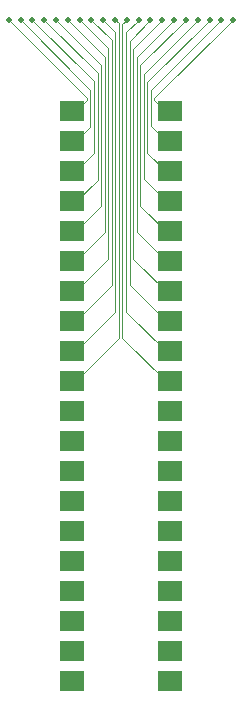
<source format=gbl>
G04 #@! TF.GenerationSoftware,KiCad,Pcbnew,9.0.6*
G04 #@! TF.CreationDate,2026-01-01T12:21:55-06:00*
G04 #@! TF.ProjectId,FFC-40,4646432d-3430-42e6-9b69-6361645f7063,rev?*
G04 #@! TF.SameCoordinates,Original*
G04 #@! TF.FileFunction,Copper,L2,Bot*
G04 #@! TF.FilePolarity,Positive*
%FSLAX46Y46*%
G04 Gerber Fmt 4.6, Leading zero omitted, Abs format (unit mm)*
G04 Created by KiCad (PCBNEW 9.0.6) date 2026-01-01 12:21:55*
%MOMM*%
%LPD*%
G01*
G04 APERTURE LIST*
G04 #@! TA.AperFunction,SMDPad,CuDef*
%ADD10R,0.650000X1.800000*%
G04 #@! TD*
G04 #@! TA.AperFunction,ComponentPad*
%ADD11R,1.350000X1.800000*%
G04 #@! TD*
G04 #@! TA.AperFunction,ViaPad*
%ADD12C,0.500000*%
G04 #@! TD*
G04 #@! TA.AperFunction,Conductor*
%ADD13C,0.100000*%
G04 #@! TD*
G04 APERTURE END LIST*
D10*
X117872000Y-145542000D03*
X117872000Y-143002000D03*
X117872000Y-140462000D03*
X117872000Y-137922001D03*
X117872000Y-135381999D03*
X117872000Y-132842000D03*
X117872000Y-130302000D03*
X117872000Y-127762000D03*
X117872000Y-125221999D03*
X117872000Y-122682000D03*
X117872000Y-120142000D03*
X117872000Y-117602000D03*
X117872000Y-115062001D03*
X117872000Y-112522000D03*
X117872000Y-109982000D03*
X117872000Y-107442000D03*
X117872000Y-104902000D03*
X117872000Y-102361999D03*
X117872000Y-99822000D03*
X117872000Y-97282000D03*
D11*
X118872000Y-97282000D03*
X118872000Y-99822000D03*
X118872000Y-102361999D03*
X118872000Y-104902000D03*
X118872000Y-107442000D03*
X118872000Y-109982000D03*
X118872000Y-112522000D03*
X118872000Y-115062001D03*
X118872000Y-117602000D03*
X118872000Y-120142000D03*
X118872000Y-122682000D03*
X118872000Y-125221999D03*
X118872000Y-127762000D03*
X118872000Y-130302000D03*
X118872000Y-132842000D03*
X118872000Y-135381999D03*
X118872000Y-137922001D03*
X118872000Y-140462000D03*
X118872000Y-143002000D03*
X118872000Y-145542000D03*
D10*
X127492343Y-145532840D03*
D11*
X126492343Y-97272840D03*
D10*
X127492343Y-97272840D03*
D11*
X126492343Y-99812840D03*
D10*
X127492343Y-99812840D03*
D11*
X126492343Y-102352840D03*
D10*
X127492343Y-102352840D03*
D11*
X126492343Y-104892839D03*
D10*
X127492343Y-104892839D03*
D11*
X126492343Y-107432841D03*
D10*
X127492343Y-107432841D03*
D11*
X126492343Y-109972840D03*
D10*
X127492343Y-109972840D03*
D11*
X126492343Y-112512840D03*
D10*
X127492343Y-112512840D03*
D11*
X126492343Y-115052840D03*
D10*
X127492343Y-115052840D03*
D11*
X126492343Y-117592841D03*
D10*
X127492343Y-117592841D03*
D11*
X126492343Y-120132840D03*
D10*
X127492343Y-120132840D03*
D11*
X126492343Y-122672840D03*
D10*
X127492343Y-122672840D03*
D11*
X126492343Y-125212840D03*
D10*
X127492343Y-125212840D03*
D11*
X126492343Y-127752839D03*
D10*
X127492343Y-127752839D03*
D11*
X126492343Y-130292840D03*
D10*
X127492343Y-130292840D03*
D11*
X126492343Y-132832840D03*
D10*
X127492343Y-132832840D03*
D11*
X126492343Y-135372840D03*
D10*
X127492343Y-135372840D03*
D11*
X126492343Y-137912840D03*
D10*
X127492343Y-137912840D03*
D11*
X126492343Y-140452841D03*
D10*
X127492343Y-140452841D03*
D11*
X126492343Y-142992840D03*
D10*
X127492343Y-142992840D03*
D11*
X126492343Y-145532840D03*
D12*
X113200000Y-89500000D03*
X114200000Y-89500000D03*
X115200000Y-89500000D03*
X116200000Y-89500000D03*
X117200000Y-89500000D03*
X118200000Y-89500000D03*
X119200000Y-89500000D03*
X120200000Y-89500000D03*
X121200000Y-89500000D03*
X122200000Y-89500000D03*
X126200000Y-89508000D03*
X125200000Y-89508000D03*
X131200000Y-89508000D03*
X130200000Y-89508000D03*
X128200000Y-89508000D03*
X129200000Y-89508000D03*
X123200000Y-89508000D03*
X127200000Y-89508000D03*
X132200000Y-89508000D03*
X124200000Y-89508000D03*
D13*
X125529064Y-96178936D02*
X125529064Y-96309561D01*
X125229064Y-95478936D02*
X125229064Y-98549561D01*
X131200000Y-89508000D02*
X125229064Y-95478936D01*
X125229064Y-98549561D02*
X126492343Y-99812840D01*
X124929064Y-100789561D02*
X124929064Y-94778936D01*
X124629064Y-94078936D02*
X124629064Y-103029560D01*
X124329064Y-105269562D02*
X124329064Y-93378936D01*
X124029064Y-92678936D02*
X124029064Y-107509561D01*
X123729064Y-109749561D02*
X123729064Y-91978936D01*
X123429064Y-91278936D02*
X123429064Y-111989561D01*
X123129064Y-114229562D02*
X123129064Y-90578936D01*
X122829064Y-89878936D02*
X122829064Y-116469561D01*
X122529064Y-116484936D02*
X122529064Y-89829064D01*
X122229064Y-90529064D02*
X122229064Y-114244936D01*
X121929064Y-91229064D02*
X121929064Y-112004937D01*
X121629064Y-91929064D02*
X121629064Y-109764936D01*
X121329064Y-92629064D02*
X121329064Y-107524936D01*
X121029064Y-93337064D02*
X121029064Y-105284936D01*
X120717038Y-94025038D02*
X120717038Y-103056962D01*
X120417038Y-94725038D02*
X120417038Y-100816961D01*
X120116290Y-95424290D02*
X120116290Y-98577710D01*
X119816290Y-96124290D02*
X119816290Y-96337710D01*
X125529064Y-96309561D02*
X126492343Y-97272840D01*
X132200000Y-89508000D02*
X125529064Y-96178936D01*
X124929064Y-100789561D02*
X126492343Y-102352840D01*
X130200000Y-89508000D02*
X124929064Y-94778936D01*
X124629064Y-103029560D02*
X126492343Y-104892839D01*
X129200000Y-89508000D02*
X124629064Y-94078936D01*
X124329064Y-105269562D02*
X126492343Y-107432841D01*
X128200000Y-89508000D02*
X124329064Y-93378936D01*
X124029064Y-107509561D02*
X126492343Y-109972840D01*
X127200000Y-89508000D02*
X124029064Y-92678936D01*
X123729064Y-109749561D02*
X126492343Y-112512840D01*
X126200000Y-89508000D02*
X123729064Y-91978936D01*
X123429064Y-111989561D02*
X126492343Y-115052840D01*
X125200000Y-89508000D02*
X123429064Y-91278936D01*
X123129064Y-114229562D02*
X126492343Y-117592841D01*
X124200000Y-89508000D02*
X123129064Y-90578936D01*
X122829064Y-116469561D02*
X126492343Y-120132840D01*
X123200000Y-89508000D02*
X122829064Y-89878936D01*
X113200000Y-89508000D02*
X119816290Y-96124290D01*
X119816290Y-96337710D02*
X118872000Y-97282000D01*
X113200000Y-89500000D02*
X113200000Y-89508000D01*
X120116290Y-98577710D02*
X118872000Y-99822000D01*
X114200000Y-89508000D02*
X120116290Y-95424290D01*
X114200000Y-89500000D02*
X114200000Y-89508000D01*
X115200000Y-89508000D02*
X120417038Y-94725038D01*
X115200000Y-89500000D02*
X115200000Y-89508000D01*
X120417038Y-100816961D02*
X118872000Y-102361999D01*
X120717038Y-103056962D02*
X118872000Y-104902000D01*
X116200000Y-89500000D02*
X116200000Y-89508000D01*
X116200000Y-89508000D02*
X120717038Y-94025038D01*
X121029064Y-105284936D02*
X118872000Y-107442000D01*
X117200000Y-89508000D02*
X121029064Y-93337064D01*
X117200000Y-89500000D02*
X117200000Y-89508000D01*
X121329064Y-107524936D02*
X118872000Y-109982000D01*
X118200000Y-89500000D02*
X121329064Y-92629064D01*
X121629064Y-109764936D02*
X118872000Y-112522000D01*
X119200000Y-89500000D02*
X121629064Y-91929064D01*
X121929064Y-112004937D02*
X118872000Y-115062001D01*
X120200000Y-89500000D02*
X121929064Y-91229064D01*
X122229064Y-114244936D02*
X118872000Y-117602000D01*
X121200000Y-89500000D02*
X122229064Y-90529064D01*
X122529064Y-116484936D02*
X118872000Y-120142000D01*
X122200000Y-89500000D02*
X122529064Y-89829064D01*
M02*

</source>
